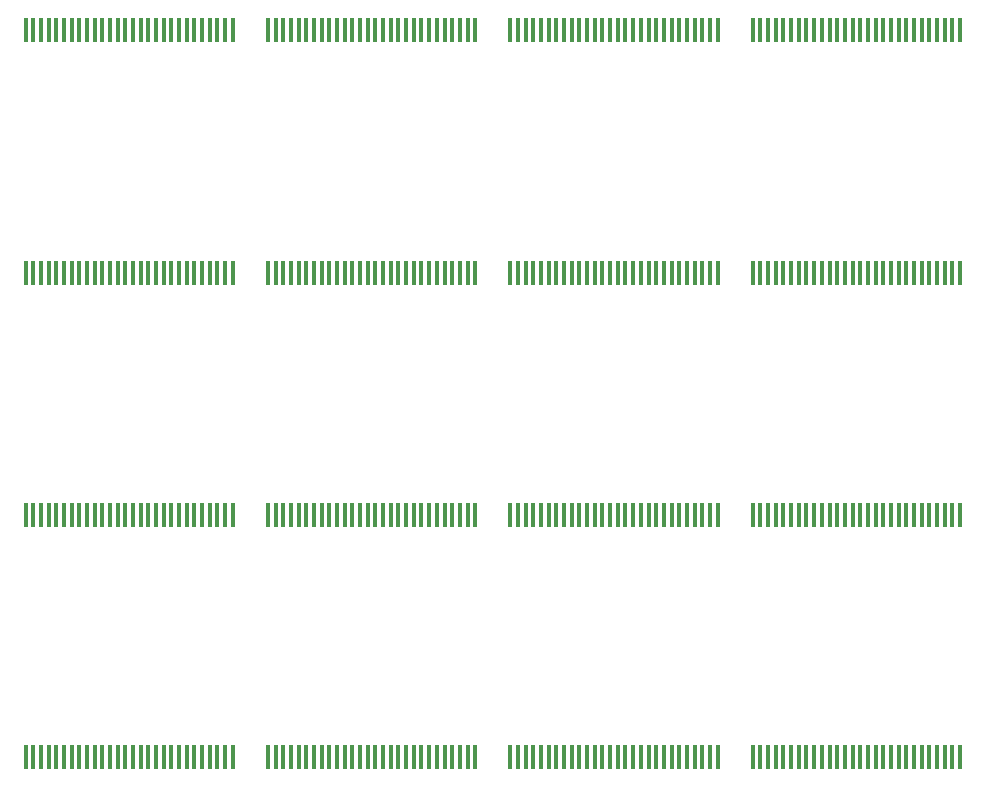
<source format=gbp>
G75*
%MOIN*%
%OFA0B0*%
%FSLAX25Y25*%
%IPPOS*%
%LPD*%
%AMOC8*
5,1,8,0,0,1.08239X$1,22.5*
%
%ADD10R,0.01378X0.07874*%
D10*
X0007406Y0108337D03*
X0009965Y0108337D03*
X0012524Y0108337D03*
X0015083Y0108337D03*
X0017642Y0108337D03*
X0020201Y0108337D03*
X0022760Y0108337D03*
X0025319Y0108337D03*
X0027878Y0108337D03*
X0030437Y0108337D03*
X0032996Y0108337D03*
X0035555Y0108337D03*
X0038114Y0108337D03*
X0040673Y0108337D03*
X0043232Y0108337D03*
X0045791Y0108337D03*
X0048350Y0108337D03*
X0050909Y0108337D03*
X0053469Y0108337D03*
X0056028Y0108337D03*
X0058587Y0108337D03*
X0061146Y0108337D03*
X0063705Y0108337D03*
X0066264Y0108337D03*
X0068823Y0108337D03*
X0071382Y0108337D03*
X0073941Y0108337D03*
X0076500Y0108337D03*
X0088206Y0108337D03*
X0090765Y0108337D03*
X0093324Y0108337D03*
X0095883Y0108337D03*
X0098442Y0108337D03*
X0101001Y0108337D03*
X0103560Y0108337D03*
X0106119Y0108337D03*
X0108678Y0108337D03*
X0111237Y0108337D03*
X0113796Y0108337D03*
X0116355Y0108337D03*
X0118914Y0108337D03*
X0121473Y0108337D03*
X0124032Y0108337D03*
X0126591Y0108337D03*
X0129150Y0108337D03*
X0131709Y0108337D03*
X0134269Y0108337D03*
X0136828Y0108337D03*
X0139387Y0108337D03*
X0141946Y0108337D03*
X0144505Y0108337D03*
X0147064Y0108337D03*
X0149623Y0108337D03*
X0152182Y0108337D03*
X0154741Y0108337D03*
X0157300Y0108337D03*
X0169006Y0108337D03*
X0171565Y0108337D03*
X0174124Y0108337D03*
X0176683Y0108337D03*
X0179242Y0108337D03*
X0181801Y0108337D03*
X0184360Y0108337D03*
X0186919Y0108337D03*
X0189478Y0108337D03*
X0192037Y0108337D03*
X0194596Y0108337D03*
X0197155Y0108337D03*
X0199714Y0108337D03*
X0202273Y0108337D03*
X0204832Y0108337D03*
X0207391Y0108337D03*
X0209950Y0108337D03*
X0212509Y0108337D03*
X0215069Y0108337D03*
X0217628Y0108337D03*
X0220187Y0108337D03*
X0222746Y0108337D03*
X0225305Y0108337D03*
X0227864Y0108337D03*
X0230423Y0108337D03*
X0232982Y0108337D03*
X0235541Y0108337D03*
X0238100Y0108337D03*
X0249806Y0108337D03*
X0252365Y0108337D03*
X0254924Y0108337D03*
X0257483Y0108337D03*
X0260042Y0108337D03*
X0262601Y0108337D03*
X0265160Y0108337D03*
X0267719Y0108337D03*
X0270278Y0108337D03*
X0272837Y0108337D03*
X0275396Y0108337D03*
X0277955Y0108337D03*
X0280514Y0108337D03*
X0283073Y0108337D03*
X0285632Y0108337D03*
X0288191Y0108337D03*
X0290750Y0108337D03*
X0293309Y0108337D03*
X0295869Y0108337D03*
X0298428Y0108337D03*
X0300987Y0108337D03*
X0303546Y0108337D03*
X0306105Y0108337D03*
X0308664Y0108337D03*
X0311223Y0108337D03*
X0313782Y0108337D03*
X0316341Y0108337D03*
X0318900Y0108337D03*
X0318900Y0189137D03*
X0316341Y0189137D03*
X0313782Y0189137D03*
X0311223Y0189137D03*
X0308664Y0189137D03*
X0306105Y0189137D03*
X0303546Y0189137D03*
X0300987Y0189137D03*
X0298428Y0189137D03*
X0295869Y0189137D03*
X0293309Y0189137D03*
X0290750Y0189137D03*
X0288191Y0189137D03*
X0285632Y0189137D03*
X0283073Y0189137D03*
X0280514Y0189137D03*
X0277955Y0189137D03*
X0275396Y0189137D03*
X0272837Y0189137D03*
X0270278Y0189137D03*
X0267719Y0189137D03*
X0265160Y0189137D03*
X0262601Y0189137D03*
X0260042Y0189137D03*
X0257483Y0189137D03*
X0254924Y0189137D03*
X0252365Y0189137D03*
X0249806Y0189137D03*
X0238100Y0189137D03*
X0235541Y0189137D03*
X0232982Y0189137D03*
X0230423Y0189137D03*
X0227864Y0189137D03*
X0225305Y0189137D03*
X0222746Y0189137D03*
X0220187Y0189137D03*
X0217628Y0189137D03*
X0215069Y0189137D03*
X0212509Y0189137D03*
X0209950Y0189137D03*
X0207391Y0189137D03*
X0204832Y0189137D03*
X0202273Y0189137D03*
X0199714Y0189137D03*
X0197155Y0189137D03*
X0194596Y0189137D03*
X0192037Y0189137D03*
X0189478Y0189137D03*
X0186919Y0189137D03*
X0184360Y0189137D03*
X0181801Y0189137D03*
X0179242Y0189137D03*
X0176683Y0189137D03*
X0174124Y0189137D03*
X0171565Y0189137D03*
X0169006Y0189137D03*
X0157300Y0189137D03*
X0154741Y0189137D03*
X0152182Y0189137D03*
X0149623Y0189137D03*
X0147064Y0189137D03*
X0144505Y0189137D03*
X0141946Y0189137D03*
X0139387Y0189137D03*
X0136828Y0189137D03*
X0134269Y0189137D03*
X0131709Y0189137D03*
X0129150Y0189137D03*
X0126591Y0189137D03*
X0124032Y0189137D03*
X0121473Y0189137D03*
X0118914Y0189137D03*
X0116355Y0189137D03*
X0113796Y0189137D03*
X0111237Y0189137D03*
X0108678Y0189137D03*
X0106119Y0189137D03*
X0103560Y0189137D03*
X0101001Y0189137D03*
X0098442Y0189137D03*
X0095883Y0189137D03*
X0093324Y0189137D03*
X0090765Y0189137D03*
X0088206Y0189137D03*
X0076500Y0189137D03*
X0073941Y0189137D03*
X0071382Y0189137D03*
X0068823Y0189137D03*
X0066264Y0189137D03*
X0063705Y0189137D03*
X0061146Y0189137D03*
X0058587Y0189137D03*
X0056028Y0189137D03*
X0053469Y0189137D03*
X0050909Y0189137D03*
X0048350Y0189137D03*
X0045791Y0189137D03*
X0043232Y0189137D03*
X0040673Y0189137D03*
X0038114Y0189137D03*
X0035555Y0189137D03*
X0032996Y0189137D03*
X0030437Y0189137D03*
X0027878Y0189137D03*
X0025319Y0189137D03*
X0022760Y0189137D03*
X0020201Y0189137D03*
X0017642Y0189137D03*
X0015083Y0189137D03*
X0012524Y0189137D03*
X0009965Y0189137D03*
X0007406Y0189137D03*
X0007406Y0269937D03*
X0009965Y0269937D03*
X0012524Y0269937D03*
X0015083Y0269937D03*
X0017642Y0269937D03*
X0020201Y0269937D03*
X0022760Y0269937D03*
X0025319Y0269937D03*
X0027878Y0269937D03*
X0030437Y0269937D03*
X0032996Y0269937D03*
X0035555Y0269937D03*
X0038114Y0269937D03*
X0040673Y0269937D03*
X0043232Y0269937D03*
X0045791Y0269937D03*
X0048350Y0269937D03*
X0050909Y0269937D03*
X0053469Y0269937D03*
X0056028Y0269937D03*
X0058587Y0269937D03*
X0061146Y0269937D03*
X0063705Y0269937D03*
X0066264Y0269937D03*
X0068823Y0269937D03*
X0071382Y0269937D03*
X0073941Y0269937D03*
X0076500Y0269937D03*
X0088206Y0269937D03*
X0090765Y0269937D03*
X0093324Y0269937D03*
X0095883Y0269937D03*
X0098442Y0269937D03*
X0101001Y0269937D03*
X0103560Y0269937D03*
X0106119Y0269937D03*
X0108678Y0269937D03*
X0111237Y0269937D03*
X0113796Y0269937D03*
X0116355Y0269937D03*
X0118914Y0269937D03*
X0121473Y0269937D03*
X0124032Y0269937D03*
X0126591Y0269937D03*
X0129150Y0269937D03*
X0131709Y0269937D03*
X0134269Y0269937D03*
X0136828Y0269937D03*
X0139387Y0269937D03*
X0141946Y0269937D03*
X0144505Y0269937D03*
X0147064Y0269937D03*
X0149623Y0269937D03*
X0152182Y0269937D03*
X0154741Y0269937D03*
X0157300Y0269937D03*
X0169006Y0269937D03*
X0171565Y0269937D03*
X0174124Y0269937D03*
X0176683Y0269937D03*
X0179242Y0269937D03*
X0181801Y0269937D03*
X0184360Y0269937D03*
X0186919Y0269937D03*
X0189478Y0269937D03*
X0192037Y0269937D03*
X0194596Y0269937D03*
X0197155Y0269937D03*
X0199714Y0269937D03*
X0202273Y0269937D03*
X0204832Y0269937D03*
X0207391Y0269937D03*
X0209950Y0269937D03*
X0212509Y0269937D03*
X0215069Y0269937D03*
X0217628Y0269937D03*
X0220187Y0269937D03*
X0222746Y0269937D03*
X0225305Y0269937D03*
X0227864Y0269937D03*
X0230423Y0269937D03*
X0232982Y0269937D03*
X0235541Y0269937D03*
X0238100Y0269937D03*
X0249806Y0269937D03*
X0252365Y0269937D03*
X0254924Y0269937D03*
X0257483Y0269937D03*
X0260042Y0269937D03*
X0262601Y0269937D03*
X0265160Y0269937D03*
X0267719Y0269937D03*
X0270278Y0269937D03*
X0272837Y0269937D03*
X0275396Y0269937D03*
X0277955Y0269937D03*
X0280514Y0269937D03*
X0283073Y0269937D03*
X0285632Y0269937D03*
X0288191Y0269937D03*
X0290750Y0269937D03*
X0293309Y0269937D03*
X0295869Y0269937D03*
X0298428Y0269937D03*
X0300987Y0269937D03*
X0303546Y0269937D03*
X0306105Y0269937D03*
X0308664Y0269937D03*
X0311223Y0269937D03*
X0313782Y0269937D03*
X0316341Y0269937D03*
X0318900Y0269937D03*
X0318900Y0350714D03*
X0316341Y0350714D03*
X0313782Y0350714D03*
X0311223Y0350714D03*
X0308664Y0350714D03*
X0306105Y0350714D03*
X0303546Y0350714D03*
X0300987Y0350714D03*
X0298428Y0350714D03*
X0295869Y0350714D03*
X0293309Y0350714D03*
X0290750Y0350714D03*
X0288191Y0350714D03*
X0285632Y0350714D03*
X0283073Y0350714D03*
X0280514Y0350714D03*
X0277955Y0350714D03*
X0275396Y0350714D03*
X0272837Y0350714D03*
X0270278Y0350714D03*
X0267719Y0350714D03*
X0265160Y0350714D03*
X0262601Y0350714D03*
X0260042Y0350714D03*
X0257483Y0350714D03*
X0254924Y0350714D03*
X0252365Y0350714D03*
X0249806Y0350714D03*
X0238100Y0350714D03*
X0235541Y0350714D03*
X0232982Y0350714D03*
X0230423Y0350714D03*
X0227864Y0350714D03*
X0225305Y0350714D03*
X0222746Y0350714D03*
X0220187Y0350714D03*
X0217628Y0350714D03*
X0215069Y0350714D03*
X0212509Y0350714D03*
X0209950Y0350714D03*
X0207391Y0350714D03*
X0204832Y0350714D03*
X0202273Y0350714D03*
X0199714Y0350714D03*
X0197155Y0350714D03*
X0194596Y0350714D03*
X0192037Y0350714D03*
X0189478Y0350714D03*
X0186919Y0350714D03*
X0184360Y0350714D03*
X0181801Y0350714D03*
X0179242Y0350714D03*
X0176683Y0350714D03*
X0174124Y0350714D03*
X0171565Y0350714D03*
X0169006Y0350714D03*
X0157300Y0350714D03*
X0154741Y0350714D03*
X0152182Y0350714D03*
X0149623Y0350714D03*
X0147064Y0350714D03*
X0144505Y0350714D03*
X0141946Y0350714D03*
X0139387Y0350714D03*
X0136828Y0350714D03*
X0134269Y0350714D03*
X0131709Y0350714D03*
X0129150Y0350714D03*
X0126591Y0350714D03*
X0124032Y0350714D03*
X0121473Y0350714D03*
X0118914Y0350714D03*
X0116355Y0350714D03*
X0113796Y0350714D03*
X0111237Y0350714D03*
X0108678Y0350714D03*
X0106119Y0350714D03*
X0103560Y0350714D03*
X0101001Y0350714D03*
X0098442Y0350714D03*
X0095883Y0350714D03*
X0093324Y0350714D03*
X0090765Y0350714D03*
X0088206Y0350714D03*
X0076500Y0350714D03*
X0073941Y0350714D03*
X0071382Y0350714D03*
X0068823Y0350714D03*
X0066264Y0350714D03*
X0063705Y0350714D03*
X0061146Y0350714D03*
X0058587Y0350714D03*
X0056028Y0350714D03*
X0053469Y0350714D03*
X0050909Y0350714D03*
X0048350Y0350714D03*
X0045791Y0350714D03*
X0043232Y0350714D03*
X0040673Y0350714D03*
X0038114Y0350714D03*
X0035555Y0350714D03*
X0032996Y0350714D03*
X0030437Y0350714D03*
X0027878Y0350714D03*
X0025319Y0350714D03*
X0022760Y0350714D03*
X0020201Y0350714D03*
X0017642Y0350714D03*
X0015083Y0350714D03*
X0012524Y0350714D03*
X0009965Y0350714D03*
X0007406Y0350714D03*
M02*

</source>
